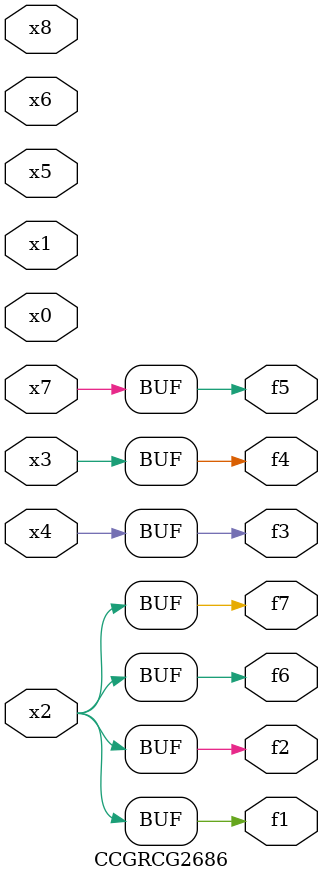
<source format=v>
module CCGRCG2686(
	input x0, x1, x2, x3, x4, x5, x6, x7, x8,
	output f1, f2, f3, f4, f5, f6, f7
);
	assign f1 = x2;
	assign f2 = x2;
	assign f3 = x4;
	assign f4 = x3;
	assign f5 = x7;
	assign f6 = x2;
	assign f7 = x2;
endmodule

</source>
